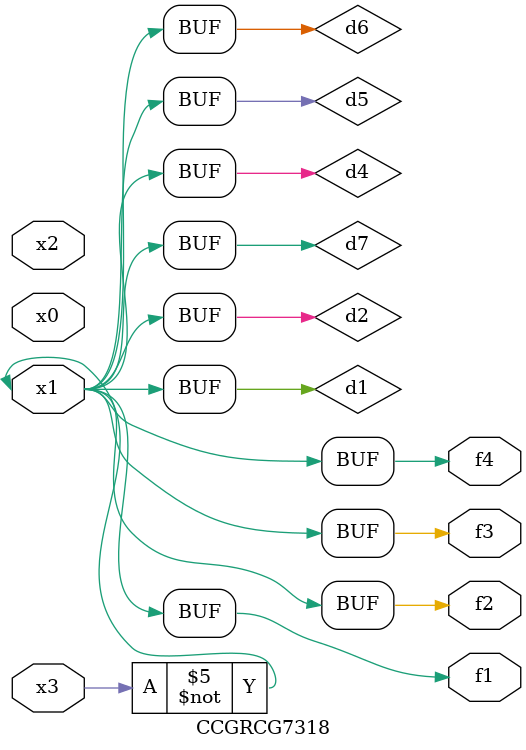
<source format=v>
module CCGRCG7318(
	input x0, x1, x2, x3,
	output f1, f2, f3, f4
);

	wire d1, d2, d3, d4, d5, d6, d7;

	not (d1, x3);
	buf (d2, x1);
	xnor (d3, d1, d2);
	nor (d4, d1);
	buf (d5, d1, d2);
	buf (d6, d4, d5);
	nand (d7, d4);
	assign f1 = d6;
	assign f2 = d7;
	assign f3 = d6;
	assign f4 = d6;
endmodule

</source>
